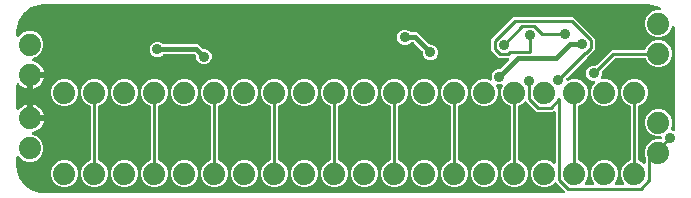
<source format=gbr>
G04 EAGLE Gerber RS-274X export*
G75*
%MOMM*%
%FSLAX34Y34*%
%LPD*%
%INBottom Copper*%
%IPPOS*%
%AMOC8*
5,1,8,0,0,1.08239X$1,22.5*%
G01*
%ADD10C,1.879600*%
%ADD11C,0.889000*%
%ADD12C,0.254000*%
%ADD13C,0.406400*%

G36*
X465932Y2558D02*
X465932Y2558D01*
X466070Y2571D01*
X466089Y2578D01*
X466109Y2581D01*
X466239Y2632D01*
X466369Y2679D01*
X466386Y2690D01*
X466405Y2698D01*
X466517Y2779D01*
X466632Y2857D01*
X466646Y2873D01*
X466662Y2884D01*
X466751Y2992D01*
X466843Y3096D01*
X466852Y3114D01*
X466865Y3129D01*
X466924Y3255D01*
X466988Y3379D01*
X466992Y3399D01*
X467001Y3417D01*
X467027Y3554D01*
X467057Y3689D01*
X467057Y3710D01*
X467060Y3729D01*
X467052Y3868D01*
X467048Y4007D01*
X467042Y4027D01*
X467041Y4047D01*
X466998Y4179D01*
X466959Y4313D01*
X466949Y4330D01*
X466943Y4349D01*
X466868Y4467D01*
X466798Y4587D01*
X466779Y4608D01*
X466772Y4618D01*
X466758Y4632D01*
X466691Y4708D01*
X466045Y5354D01*
X461284Y10115D01*
X459945Y11454D01*
X459851Y11527D01*
X459761Y11606D01*
X459725Y11624D01*
X459693Y11649D01*
X459584Y11696D01*
X459478Y11750D01*
X459439Y11759D01*
X459401Y11775D01*
X459284Y11794D01*
X459168Y11820D01*
X459127Y11819D01*
X459087Y11825D01*
X458969Y11814D01*
X458850Y11810D01*
X458811Y11799D01*
X458771Y11795D01*
X458659Y11755D01*
X458544Y11722D01*
X458510Y11702D01*
X458471Y11688D01*
X458373Y11621D01*
X458270Y11560D01*
X458225Y11521D01*
X458208Y11509D01*
X458195Y11494D01*
X458150Y11454D01*
X456055Y9359D01*
X451854Y7619D01*
X447306Y7619D01*
X443105Y9359D01*
X439889Y12575D01*
X438149Y16776D01*
X438149Y21324D01*
X439889Y25525D01*
X443105Y28741D01*
X447306Y30481D01*
X451854Y30481D01*
X456055Y28741D01*
X456811Y27985D01*
X456920Y27900D01*
X457027Y27811D01*
X457046Y27802D01*
X457062Y27790D01*
X457190Y27735D01*
X457315Y27676D01*
X457335Y27672D01*
X457354Y27664D01*
X457492Y27642D01*
X457628Y27616D01*
X457648Y27617D01*
X457668Y27614D01*
X457807Y27627D01*
X457945Y27636D01*
X457964Y27642D01*
X457984Y27644D01*
X458116Y27691D01*
X458247Y27734D01*
X458265Y27744D01*
X458284Y27751D01*
X458399Y27829D01*
X458516Y27904D01*
X458530Y27918D01*
X458547Y27930D01*
X458639Y28034D01*
X458734Y28135D01*
X458744Y28153D01*
X458757Y28168D01*
X458820Y28292D01*
X458888Y28414D01*
X458893Y28433D01*
X458902Y28451D01*
X458932Y28587D01*
X458967Y28722D01*
X458969Y28750D01*
X458972Y28762D01*
X458971Y28782D01*
X458977Y28882D01*
X458977Y71332D01*
X458960Y71470D01*
X458947Y71608D01*
X458940Y71627D01*
X458937Y71647D01*
X458886Y71776D01*
X458839Y71907D01*
X458828Y71924D01*
X458820Y71943D01*
X458739Y72055D01*
X458661Y72170D01*
X458645Y72184D01*
X458634Y72200D01*
X458526Y72289D01*
X458422Y72381D01*
X458404Y72390D01*
X458389Y72403D01*
X458263Y72462D01*
X458139Y72526D01*
X458119Y72530D01*
X458101Y72539D01*
X457964Y72565D01*
X457829Y72595D01*
X457808Y72595D01*
X457789Y72598D01*
X457650Y72590D01*
X457511Y72586D01*
X457491Y72580D01*
X457471Y72579D01*
X457339Y72536D01*
X457205Y72497D01*
X457188Y72487D01*
X457169Y72481D01*
X457051Y72406D01*
X456931Y72336D01*
X456910Y72317D01*
X456900Y72310D01*
X456886Y72295D01*
X456811Y72229D01*
X456209Y71627D01*
X442951Y71627D01*
X440645Y73934D01*
X434545Y80034D01*
X434450Y80107D01*
X434361Y80186D01*
X434325Y80204D01*
X434293Y80229D01*
X434184Y80276D01*
X434078Y80330D01*
X434039Y80339D01*
X434001Y80355D01*
X433884Y80374D01*
X433768Y80400D01*
X433727Y80399D01*
X433687Y80405D01*
X433569Y80394D01*
X433450Y80390D01*
X433411Y80379D01*
X433371Y80375D01*
X433259Y80335D01*
X433144Y80302D01*
X433110Y80282D01*
X433071Y80268D01*
X432973Y80201D01*
X432870Y80140D01*
X432825Y80101D01*
X432808Y80089D01*
X432795Y80074D01*
X432750Y80034D01*
X430655Y77939D01*
X428266Y76950D01*
X428241Y76935D01*
X428213Y76926D01*
X428103Y76857D01*
X427990Y76793D01*
X427969Y76772D01*
X427944Y76756D01*
X427855Y76662D01*
X427762Y76571D01*
X427746Y76546D01*
X427726Y76525D01*
X427663Y76411D01*
X427595Y76300D01*
X427587Y76272D01*
X427572Y76246D01*
X427540Y76120D01*
X427502Y75996D01*
X427500Y75967D01*
X427493Y75938D01*
X427483Y75777D01*
X427483Y30903D01*
X427486Y30873D01*
X427484Y30844D01*
X427506Y30716D01*
X427523Y30587D01*
X427533Y30560D01*
X427538Y30531D01*
X427592Y30412D01*
X427640Y30291D01*
X427657Y30267D01*
X427669Y30241D01*
X427750Y30139D01*
X427826Y30034D01*
X427849Y30015D01*
X427868Y29992D01*
X427971Y29914D01*
X428071Y29831D01*
X428098Y29819D01*
X428122Y29801D01*
X428266Y29730D01*
X430655Y28741D01*
X433871Y25525D01*
X435611Y21324D01*
X435611Y16776D01*
X433871Y12575D01*
X430655Y9359D01*
X426454Y7619D01*
X421906Y7619D01*
X417705Y9359D01*
X414489Y12575D01*
X412749Y16776D01*
X412749Y21324D01*
X414489Y25525D01*
X417705Y28741D01*
X420094Y29730D01*
X420119Y29745D01*
X420147Y29754D01*
X420257Y29823D01*
X420370Y29887D01*
X420391Y29908D01*
X420416Y29924D01*
X420505Y30018D01*
X420598Y30109D01*
X420614Y30134D01*
X420634Y30155D01*
X420697Y30269D01*
X420765Y30380D01*
X420773Y30408D01*
X420788Y30434D01*
X420820Y30560D01*
X420858Y30684D01*
X420860Y30713D01*
X420867Y30742D01*
X420877Y30903D01*
X420877Y75777D01*
X420874Y75807D01*
X420876Y75836D01*
X420854Y75964D01*
X420837Y76093D01*
X420827Y76120D01*
X420822Y76149D01*
X420768Y76268D01*
X420720Y76389D01*
X420703Y76413D01*
X420691Y76439D01*
X420610Y76541D01*
X420534Y76646D01*
X420511Y76665D01*
X420492Y76688D01*
X420389Y76766D01*
X420289Y76849D01*
X420262Y76861D01*
X420238Y76879D01*
X420094Y76950D01*
X417705Y77939D01*
X414489Y81155D01*
X412749Y85356D01*
X412749Y89904D01*
X414086Y93130D01*
X414099Y93178D01*
X414120Y93223D01*
X414141Y93331D01*
X414170Y93437D01*
X414170Y93487D01*
X414180Y93536D01*
X414173Y93645D01*
X414175Y93755D01*
X414163Y93803D01*
X414160Y93853D01*
X414126Y93957D01*
X414101Y94064D01*
X414077Y94108D01*
X414062Y94155D01*
X414003Y94248D01*
X413952Y94345D01*
X413918Y94382D01*
X413892Y94424D01*
X413812Y94499D01*
X413738Y94581D01*
X413696Y94608D01*
X413660Y94642D01*
X413564Y94695D01*
X413472Y94755D01*
X413425Y94772D01*
X413382Y94796D01*
X413275Y94823D01*
X413171Y94859D01*
X413122Y94863D01*
X413074Y94875D01*
X412913Y94885D01*
X410047Y94885D01*
X409997Y94879D01*
X409948Y94881D01*
X409840Y94859D01*
X409731Y94845D01*
X409685Y94827D01*
X409636Y94817D01*
X409538Y94769D01*
X409436Y94728D01*
X409396Y94699D01*
X409351Y94677D01*
X409267Y94606D01*
X409178Y94542D01*
X409147Y94503D01*
X409109Y94471D01*
X409046Y94381D01*
X408975Y94297D01*
X408954Y94252D01*
X408926Y94211D01*
X408887Y94108D01*
X408840Y94009D01*
X408831Y93960D01*
X408813Y93914D01*
X408801Y93804D01*
X408780Y93697D01*
X408783Y93647D01*
X408778Y93598D01*
X408793Y93489D01*
X408800Y93379D01*
X408815Y93332D01*
X408822Y93283D01*
X408874Y93130D01*
X410211Y89904D01*
X410211Y85356D01*
X408471Y81155D01*
X405255Y77939D01*
X401054Y76199D01*
X396506Y76199D01*
X392305Y77939D01*
X389089Y81155D01*
X387349Y85356D01*
X387349Y89904D01*
X389089Y94105D01*
X392305Y97321D01*
X396506Y99061D01*
X401054Y99061D01*
X403496Y98049D01*
X403630Y98012D01*
X403763Y97971D01*
X403783Y97971D01*
X403803Y97965D01*
X403942Y97963D01*
X404081Y97956D01*
X404100Y97960D01*
X404121Y97960D01*
X404257Y97993D01*
X404392Y98021D01*
X404410Y98030D01*
X404430Y98034D01*
X404553Y98099D01*
X404678Y98160D01*
X404693Y98174D01*
X404711Y98183D01*
X404814Y98276D01*
X404920Y98367D01*
X404931Y98383D01*
X404946Y98397D01*
X405023Y98513D01*
X405103Y98627D01*
X405110Y98646D01*
X405121Y98663D01*
X405166Y98794D01*
X405216Y98924D01*
X405218Y98944D01*
X405224Y98963D01*
X405235Y99102D01*
X405251Y99240D01*
X405248Y99260D01*
X405250Y99280D01*
X405226Y99417D01*
X405206Y99555D01*
X405197Y99582D01*
X405195Y99594D01*
X405187Y99612D01*
X405154Y99707D01*
X405002Y100075D01*
X405002Y102652D01*
X405988Y105032D01*
X407811Y106855D01*
X410191Y107841D01*
X411684Y107841D01*
X411782Y107853D01*
X411881Y107856D01*
X411939Y107873D01*
X411999Y107881D01*
X412091Y107917D01*
X412186Y107945D01*
X412238Y107975D01*
X412295Y107998D01*
X412375Y108056D01*
X412460Y108106D01*
X412536Y108172D01*
X412552Y108184D01*
X412560Y108194D01*
X412581Y108212D01*
X419422Y115054D01*
X419507Y115163D01*
X419596Y115270D01*
X419605Y115289D01*
X419617Y115305D01*
X419673Y115433D01*
X419732Y115558D01*
X419735Y115578D01*
X419743Y115597D01*
X419765Y115735D01*
X419791Y115871D01*
X419790Y115891D01*
X419793Y115911D01*
X419780Y116050D01*
X419772Y116188D01*
X419765Y116207D01*
X419763Y116227D01*
X419716Y116359D01*
X419674Y116490D01*
X419663Y116508D01*
X419656Y116527D01*
X419578Y116642D01*
X419503Y116759D01*
X419489Y116773D01*
X419477Y116790D01*
X419373Y116882D01*
X419272Y116977D01*
X419254Y116987D01*
X419239Y117000D01*
X419115Y117064D01*
X418993Y117131D01*
X418974Y117136D01*
X418956Y117145D01*
X418820Y117175D01*
X418685Y117210D01*
X418657Y117212D01*
X418645Y117215D01*
X418625Y117214D01*
X418525Y117220D01*
X410713Y117220D01*
X404240Y123693D01*
X404240Y132847D01*
X423205Y151812D01*
X473900Y151812D01*
X492380Y133332D01*
X492380Y124178D01*
X485878Y117676D01*
X485866Y117673D01*
X485806Y117665D01*
X485714Y117629D01*
X485619Y117601D01*
X485567Y117571D01*
X485511Y117548D01*
X485431Y117490D01*
X485345Y117440D01*
X485270Y117374D01*
X485253Y117362D01*
X485245Y117352D01*
X485224Y117334D01*
X468290Y100399D01*
X468229Y100321D01*
X468161Y100249D01*
X468132Y100196D01*
X468095Y100148D01*
X468056Y100057D01*
X468008Y99970D01*
X467993Y99912D01*
X467969Y99856D01*
X467953Y99758D01*
X467928Y99662D01*
X467922Y99562D01*
X467919Y99542D01*
X467920Y99530D01*
X467918Y99502D01*
X467918Y98977D01*
X467924Y98928D01*
X467922Y98878D01*
X467938Y98798D01*
X467940Y98767D01*
X467947Y98745D01*
X467958Y98661D01*
X467976Y98615D01*
X467986Y98567D01*
X468035Y98468D01*
X468075Y98366D01*
X468104Y98326D01*
X468126Y98281D01*
X468197Y98197D01*
X468262Y98108D01*
X468300Y98077D01*
X468332Y98039D01*
X468422Y97976D01*
X468507Y97906D01*
X468552Y97884D01*
X468592Y97856D01*
X468695Y97817D01*
X468794Y97770D01*
X468843Y97761D01*
X468890Y97743D01*
X468999Y97731D01*
X469107Y97710D01*
X469156Y97713D01*
X469206Y97708D01*
X469315Y97723D01*
X469424Y97730D01*
X469471Y97745D01*
X469521Y97752D01*
X469673Y97804D01*
X472706Y99061D01*
X477254Y99061D01*
X481455Y97321D01*
X484671Y94105D01*
X486411Y89904D01*
X486411Y85356D01*
X484671Y81155D01*
X481455Y77939D01*
X479066Y76950D01*
X479041Y76935D01*
X479013Y76926D01*
X478903Y76857D01*
X478790Y76793D01*
X478769Y76772D01*
X478744Y76756D01*
X478655Y76662D01*
X478562Y76571D01*
X478546Y76546D01*
X478526Y76525D01*
X478463Y76411D01*
X478395Y76300D01*
X478387Y76272D01*
X478372Y76246D01*
X478340Y76120D01*
X478302Y75996D01*
X478300Y75967D01*
X478293Y75938D01*
X478283Y75777D01*
X478283Y30903D01*
X478286Y30873D01*
X478284Y30844D01*
X478306Y30716D01*
X478323Y30587D01*
X478333Y30560D01*
X478338Y30531D01*
X478392Y30412D01*
X478440Y30291D01*
X478457Y30267D01*
X478469Y30241D01*
X478550Y30139D01*
X478626Y30034D01*
X478649Y30015D01*
X478668Y29992D01*
X478771Y29914D01*
X478871Y29831D01*
X478898Y29819D01*
X478922Y29801D01*
X479066Y29730D01*
X481455Y28741D01*
X484671Y25525D01*
X486411Y21324D01*
X486411Y16776D01*
X484671Y12575D01*
X483915Y11819D01*
X483830Y11710D01*
X483741Y11603D01*
X483732Y11584D01*
X483720Y11568D01*
X483665Y11440D01*
X483606Y11315D01*
X483602Y11295D01*
X483594Y11276D01*
X483572Y11138D01*
X483546Y11002D01*
X483547Y10982D01*
X483544Y10962D01*
X483557Y10823D01*
X483566Y10685D01*
X483572Y10666D01*
X483574Y10646D01*
X483621Y10514D01*
X483664Y10383D01*
X483674Y10365D01*
X483681Y10346D01*
X483759Y10231D01*
X483834Y10114D01*
X483848Y10100D01*
X483860Y10083D01*
X483964Y9991D01*
X484065Y9896D01*
X484083Y9886D01*
X484098Y9873D01*
X484222Y9810D01*
X484344Y9742D01*
X484363Y9737D01*
X484381Y9728D01*
X484517Y9698D01*
X484652Y9663D01*
X484680Y9661D01*
X484692Y9658D01*
X484712Y9659D01*
X484812Y9653D01*
X490548Y9653D01*
X490686Y9670D01*
X490824Y9683D01*
X490843Y9690D01*
X490863Y9693D01*
X490992Y9744D01*
X491123Y9791D01*
X491140Y9802D01*
X491159Y9810D01*
X491271Y9891D01*
X491386Y9969D01*
X491400Y9985D01*
X491416Y9996D01*
X491505Y10104D01*
X491597Y10208D01*
X491606Y10226D01*
X491619Y10241D01*
X491678Y10367D01*
X491741Y10491D01*
X491746Y10511D01*
X491754Y10529D01*
X491781Y10666D01*
X491811Y10801D01*
X491810Y10822D01*
X491814Y10841D01*
X491806Y10980D01*
X491801Y11119D01*
X491796Y11139D01*
X491794Y11159D01*
X491752Y11291D01*
X491713Y11425D01*
X491703Y11442D01*
X491696Y11461D01*
X491622Y11579D01*
X491551Y11699D01*
X491533Y11720D01*
X491526Y11730D01*
X491511Y11744D01*
X491445Y11819D01*
X490689Y12575D01*
X488949Y16776D01*
X488949Y21324D01*
X490689Y25525D01*
X493905Y28741D01*
X498106Y30481D01*
X502654Y30481D01*
X506855Y28741D01*
X510071Y25525D01*
X511811Y21324D01*
X511811Y16776D01*
X510071Y12575D01*
X509315Y11819D01*
X509230Y11710D01*
X509141Y11603D01*
X509132Y11584D01*
X509120Y11568D01*
X509065Y11440D01*
X509006Y11315D01*
X509002Y11295D01*
X508994Y11276D01*
X508972Y11138D01*
X508946Y11002D01*
X508947Y10982D01*
X508944Y10962D01*
X508957Y10823D01*
X508966Y10685D01*
X508972Y10666D01*
X508974Y10646D01*
X509021Y10514D01*
X509064Y10383D01*
X509074Y10365D01*
X509081Y10346D01*
X509159Y10231D01*
X509234Y10114D01*
X509248Y10100D01*
X509260Y10083D01*
X509364Y9991D01*
X509465Y9896D01*
X509483Y9886D01*
X509498Y9873D01*
X509622Y9810D01*
X509744Y9742D01*
X509763Y9737D01*
X509781Y9728D01*
X509917Y9698D01*
X510052Y9663D01*
X510080Y9661D01*
X510092Y9658D01*
X510112Y9659D01*
X510212Y9653D01*
X515948Y9653D01*
X516086Y9670D01*
X516224Y9683D01*
X516243Y9690D01*
X516263Y9693D01*
X516392Y9744D01*
X516523Y9791D01*
X516540Y9802D01*
X516559Y9810D01*
X516671Y9891D01*
X516786Y9969D01*
X516800Y9985D01*
X516816Y9996D01*
X516905Y10104D01*
X516997Y10208D01*
X517006Y10226D01*
X517019Y10241D01*
X517078Y10367D01*
X517141Y10491D01*
X517146Y10511D01*
X517154Y10529D01*
X517181Y10666D01*
X517211Y10801D01*
X517210Y10822D01*
X517214Y10841D01*
X517206Y10980D01*
X517201Y11119D01*
X517196Y11139D01*
X517194Y11159D01*
X517152Y11291D01*
X517113Y11425D01*
X517103Y11442D01*
X517096Y11461D01*
X517022Y11579D01*
X516951Y11699D01*
X516933Y11720D01*
X516926Y11730D01*
X516911Y11744D01*
X516845Y11819D01*
X516089Y12575D01*
X514349Y16776D01*
X514349Y21324D01*
X516089Y25525D01*
X519305Y28741D01*
X521694Y29730D01*
X521719Y29745D01*
X521747Y29754D01*
X521857Y29823D01*
X521970Y29887D01*
X521991Y29908D01*
X522016Y29924D01*
X522105Y30018D01*
X522198Y30109D01*
X522214Y30134D01*
X522234Y30155D01*
X522297Y30269D01*
X522365Y30380D01*
X522373Y30408D01*
X522388Y30434D01*
X522420Y30560D01*
X522458Y30684D01*
X522460Y30713D01*
X522467Y30742D01*
X522477Y30903D01*
X522477Y75777D01*
X522474Y75807D01*
X522476Y75836D01*
X522454Y75964D01*
X522437Y76093D01*
X522427Y76120D01*
X522422Y76149D01*
X522368Y76268D01*
X522320Y76389D01*
X522303Y76413D01*
X522291Y76439D01*
X522210Y76541D01*
X522134Y76646D01*
X522111Y76665D01*
X522092Y76688D01*
X521989Y76766D01*
X521889Y76849D01*
X521862Y76861D01*
X521838Y76879D01*
X521694Y76950D01*
X519305Y77939D01*
X516089Y81155D01*
X514349Y85356D01*
X514349Y89904D01*
X516089Y94105D01*
X519305Y97321D01*
X523506Y99061D01*
X528054Y99061D01*
X532255Y97321D01*
X535471Y94105D01*
X537211Y89904D01*
X537211Y85356D01*
X535471Y81155D01*
X532255Y77939D01*
X529866Y76950D01*
X529841Y76935D01*
X529813Y76926D01*
X529703Y76857D01*
X529590Y76793D01*
X529569Y76772D01*
X529544Y76756D01*
X529455Y76662D01*
X529362Y76571D01*
X529346Y76546D01*
X529326Y76525D01*
X529263Y76411D01*
X529195Y76300D01*
X529187Y76272D01*
X529172Y76246D01*
X529140Y76120D01*
X529102Y75996D01*
X529100Y75967D01*
X529093Y75938D01*
X529083Y75777D01*
X529083Y30903D01*
X529086Y30873D01*
X529084Y30844D01*
X529106Y30716D01*
X529123Y30587D01*
X529133Y30560D01*
X529138Y30531D01*
X529192Y30412D01*
X529240Y30291D01*
X529257Y30267D01*
X529269Y30241D01*
X529350Y30139D01*
X529426Y30034D01*
X529449Y30015D01*
X529468Y29992D01*
X529571Y29914D01*
X529671Y29831D01*
X529698Y29819D01*
X529722Y29801D01*
X529866Y29730D01*
X532255Y28741D01*
X533011Y27985D01*
X533120Y27900D01*
X533227Y27811D01*
X533246Y27802D01*
X533262Y27790D01*
X533390Y27735D01*
X533515Y27676D01*
X533535Y27672D01*
X533554Y27664D01*
X533692Y27642D01*
X533828Y27616D01*
X533848Y27617D01*
X533868Y27614D01*
X534007Y27627D01*
X534145Y27636D01*
X534164Y27642D01*
X534184Y27644D01*
X534316Y27691D01*
X534447Y27734D01*
X534465Y27744D01*
X534484Y27751D01*
X534599Y27829D01*
X534716Y27904D01*
X534730Y27918D01*
X534747Y27930D01*
X534839Y28034D01*
X534934Y28135D01*
X534944Y28153D01*
X534957Y28168D01*
X535020Y28292D01*
X535088Y28414D01*
X535093Y28433D01*
X535102Y28451D01*
X535132Y28587D01*
X535167Y28722D01*
X535169Y28750D01*
X535172Y28762D01*
X535171Y28782D01*
X535177Y28882D01*
X535177Y33077D01*
X535176Y33087D01*
X535177Y33096D01*
X535156Y33245D01*
X535137Y33393D01*
X535134Y33402D01*
X535133Y33411D01*
X535081Y33563D01*
X534669Y34556D01*
X534669Y39104D01*
X536409Y43305D01*
X539625Y46521D01*
X543826Y48261D01*
X547878Y48261D01*
X547996Y48276D01*
X548115Y48283D01*
X548153Y48296D01*
X548194Y48301D01*
X548304Y48344D01*
X548417Y48381D01*
X548452Y48403D01*
X548489Y48418D01*
X548585Y48487D01*
X548686Y48551D01*
X548714Y48581D01*
X548747Y48604D01*
X548823Y48696D01*
X548904Y48783D01*
X548924Y48818D01*
X548949Y48849D01*
X549000Y48957D01*
X549058Y49061D01*
X549068Y49101D01*
X549085Y49137D01*
X549107Y49254D01*
X549137Y49369D01*
X549141Y49429D01*
X549145Y49449D01*
X549145Y49450D01*
X549143Y49470D01*
X549147Y49530D01*
X549132Y49648D01*
X549125Y49767D01*
X549112Y49805D01*
X549107Y49846D01*
X549064Y49956D01*
X549027Y50069D01*
X549005Y50104D01*
X548990Y50141D01*
X548921Y50237D01*
X548857Y50338D01*
X548827Y50366D01*
X548804Y50399D01*
X548712Y50475D01*
X548625Y50556D01*
X548590Y50576D01*
X548559Y50601D01*
X548451Y50652D01*
X548347Y50710D01*
X548307Y50720D01*
X548271Y50737D01*
X548154Y50759D01*
X548039Y50789D01*
X547979Y50793D01*
X547959Y50797D01*
X547938Y50795D01*
X547878Y50799D01*
X543826Y50799D01*
X539625Y52539D01*
X536409Y55755D01*
X534669Y59956D01*
X534669Y64504D01*
X536409Y68705D01*
X539625Y71921D01*
X543826Y73661D01*
X548374Y73661D01*
X552575Y71921D01*
X555791Y68705D01*
X557531Y64504D01*
X557531Y59956D01*
X556450Y57348D01*
X556419Y57233D01*
X556380Y57120D01*
X556377Y57080D01*
X556366Y57041D01*
X556364Y56922D01*
X556355Y56803D01*
X556362Y56763D01*
X556361Y56723D01*
X556389Y56607D01*
X556409Y56490D01*
X556426Y56453D01*
X556435Y56414D01*
X556491Y56308D01*
X556540Y56200D01*
X556565Y56168D01*
X556584Y56133D01*
X556664Y56045D01*
X556739Y55952D01*
X556771Y55927D01*
X556798Y55897D01*
X556897Y55832D01*
X556993Y55760D01*
X557047Y55734D01*
X557064Y55723D01*
X557083Y55716D01*
X557137Y55689D01*
X558314Y55202D01*
X558362Y55189D01*
X558407Y55168D01*
X558515Y55147D01*
X558621Y55118D01*
X558671Y55117D01*
X558720Y55108D01*
X558829Y55115D01*
X558939Y55113D01*
X558987Y55124D01*
X559037Y55128D01*
X559141Y55161D01*
X559248Y55187D01*
X559292Y55210D01*
X559339Y55226D01*
X559432Y55284D01*
X559529Y55336D01*
X559566Y55369D01*
X559608Y55396D01*
X559683Y55476D01*
X559765Y55550D01*
X559792Y55591D01*
X559826Y55627D01*
X559879Y55723D01*
X559939Y55815D01*
X559956Y55862D01*
X559980Y55906D01*
X560007Y56012D01*
X560043Y56116D01*
X560047Y56166D01*
X560059Y56214D01*
X560069Y56374D01*
X560069Y139700D01*
X560067Y139722D01*
X560065Y139800D01*
X559812Y143013D01*
X559808Y143032D01*
X559809Y143052D01*
X559776Y143188D01*
X559748Y143324D01*
X559739Y143342D01*
X559735Y143362D01*
X559669Y143485D01*
X559608Y143610D01*
X559595Y143625D01*
X559586Y143643D01*
X559492Y143746D01*
X559402Y143852D01*
X559385Y143863D01*
X559372Y143878D01*
X559256Y143955D01*
X559142Y144035D01*
X559123Y144042D01*
X559106Y144053D01*
X558975Y144098D01*
X558844Y144147D01*
X558824Y144150D01*
X558805Y144156D01*
X558666Y144167D01*
X558528Y144182D01*
X558508Y144180D01*
X558488Y144181D01*
X558350Y144157D01*
X558213Y144138D01*
X558195Y144130D01*
X558175Y144127D01*
X558048Y144070D01*
X557919Y144016D01*
X557903Y144004D01*
X557885Y143996D01*
X557777Y143910D01*
X557665Y143826D01*
X557652Y143810D01*
X557637Y143798D01*
X557553Y143687D01*
X557466Y143578D01*
X557457Y143560D01*
X557445Y143544D01*
X557375Y143399D01*
X555791Y139575D01*
X552575Y136359D01*
X548374Y134619D01*
X543826Y134619D01*
X539625Y136359D01*
X536409Y139575D01*
X534669Y143776D01*
X534669Y148324D01*
X536409Y152525D01*
X539625Y155741D01*
X543826Y157481D01*
X547269Y157481D01*
X547348Y157491D01*
X547428Y157491D01*
X547505Y157511D01*
X547584Y157521D01*
X547658Y157550D01*
X547736Y157570D01*
X547806Y157608D01*
X547880Y157638D01*
X547945Y157684D01*
X548014Y157723D01*
X548073Y157777D01*
X548137Y157824D01*
X548188Y157886D01*
X548246Y157940D01*
X548289Y158008D01*
X548340Y158069D01*
X548374Y158142D01*
X548417Y158209D01*
X548442Y158285D01*
X548476Y158357D01*
X548491Y158435D01*
X548515Y158511D01*
X548521Y158591D01*
X548536Y158669D01*
X548531Y158749D01*
X548536Y158829D01*
X548521Y158907D01*
X548516Y158987D01*
X548491Y159063D01*
X548476Y159141D01*
X548442Y159213D01*
X548418Y159289D01*
X548375Y159357D01*
X548341Y159429D01*
X548290Y159491D01*
X548248Y159558D01*
X548189Y159613D01*
X548139Y159674D01*
X548017Y159775D01*
X548016Y159776D01*
X548015Y159776D01*
X548015Y159777D01*
X547758Y159964D01*
X547654Y160021D01*
X547554Y160085D01*
X547497Y160107D01*
X547479Y160117D01*
X547459Y160122D01*
X547404Y160144D01*
X540980Y162231D01*
X540912Y162244D01*
X540846Y162267D01*
X540687Y162290D01*
X537310Y162555D01*
X537288Y162554D01*
X537210Y162559D01*
X25400Y162559D01*
X25378Y162557D01*
X25300Y162555D01*
X21923Y162290D01*
X21855Y162276D01*
X21786Y162271D01*
X21630Y162231D01*
X15206Y160144D01*
X15099Y160094D01*
X14988Y160050D01*
X14937Y160017D01*
X14918Y160009D01*
X14903Y159996D01*
X14852Y159964D01*
X9388Y155993D01*
X9301Y155912D01*
X9209Y155836D01*
X9171Y155790D01*
X9156Y155776D01*
X9145Y155758D01*
X9107Y155712D01*
X5136Y150248D01*
X5079Y150144D01*
X5015Y150044D01*
X4993Y149987D01*
X4983Y149969D01*
X4978Y149949D01*
X4956Y149894D01*
X2869Y143470D01*
X2856Y143402D01*
X2833Y143336D01*
X2810Y143177D01*
X2545Y139800D01*
X2546Y139778D01*
X2541Y139700D01*
X2541Y136070D01*
X2558Y135933D01*
X2571Y135794D01*
X2578Y135775D01*
X2581Y135755D01*
X2632Y135626D01*
X2679Y135495D01*
X2690Y135478D01*
X2698Y135459D01*
X2779Y135347D01*
X2857Y135232D01*
X2873Y135218D01*
X2884Y135202D01*
X2992Y135113D01*
X3096Y135021D01*
X3114Y135012D01*
X3129Y134999D01*
X3255Y134940D01*
X3379Y134877D01*
X3399Y134872D01*
X3417Y134864D01*
X3553Y134837D01*
X3689Y134807D01*
X3710Y134808D01*
X3729Y134804D01*
X3868Y134812D01*
X4007Y134817D01*
X4027Y134822D01*
X4047Y134824D01*
X4179Y134866D01*
X4313Y134905D01*
X4330Y134915D01*
X4349Y134922D01*
X4467Y134996D01*
X4587Y135067D01*
X4608Y135085D01*
X4618Y135092D01*
X4632Y135107D01*
X4707Y135173D01*
X7495Y137961D01*
X11696Y139701D01*
X16244Y139701D01*
X20445Y137961D01*
X23661Y134745D01*
X25401Y130544D01*
X25401Y125996D01*
X23661Y121795D01*
X20445Y118579D01*
X16486Y116940D01*
X16374Y116876D01*
X16259Y116817D01*
X16236Y116797D01*
X16210Y116782D01*
X16117Y116692D01*
X16020Y116607D01*
X16003Y116582D01*
X15982Y116561D01*
X15914Y116451D01*
X15841Y116344D01*
X15831Y116316D01*
X15815Y116290D01*
X15777Y116166D01*
X15734Y116045D01*
X15731Y116015D01*
X15722Y115986D01*
X15716Y115857D01*
X15703Y115728D01*
X15708Y115698D01*
X15707Y115668D01*
X15733Y115542D01*
X15753Y115414D01*
X15765Y115386D01*
X15771Y115357D01*
X15828Y115241D01*
X15879Y115122D01*
X15897Y115098D01*
X15911Y115071D01*
X15995Y114973D01*
X16074Y114871D01*
X16097Y114852D01*
X16117Y114829D01*
X16223Y114755D01*
X16325Y114675D01*
X16352Y114663D01*
X16377Y114646D01*
X16498Y114600D01*
X16617Y114549D01*
X16659Y114539D01*
X16674Y114533D01*
X16696Y114531D01*
X16761Y114516D01*
X18553Y113934D01*
X20227Y113081D01*
X21748Y111976D01*
X23076Y110648D01*
X24181Y109127D01*
X25034Y107453D01*
X25615Y105666D01*
X25655Y105409D01*
X15240Y105409D01*
X15122Y105394D01*
X15003Y105387D01*
X14965Y105374D01*
X14925Y105369D01*
X14814Y105326D01*
X14701Y105289D01*
X14667Y105267D01*
X14629Y105252D01*
X14533Y105182D01*
X14432Y105119D01*
X14404Y105089D01*
X14372Y105065D01*
X14296Y104974D01*
X14214Y104887D01*
X14195Y104852D01*
X14169Y104821D01*
X14118Y104713D01*
X14061Y104609D01*
X14050Y104569D01*
X14033Y104533D01*
X14011Y104416D01*
X13981Y104301D01*
X13977Y104240D01*
X13973Y104220D01*
X13975Y104200D01*
X13971Y104140D01*
X13971Y102869D01*
X12700Y102869D01*
X12582Y102854D01*
X12463Y102847D01*
X12425Y102834D01*
X12384Y102829D01*
X12274Y102785D01*
X12161Y102749D01*
X12126Y102727D01*
X12089Y102712D01*
X11993Y102642D01*
X11892Y102579D01*
X11864Y102549D01*
X11831Y102525D01*
X11756Y102434D01*
X11674Y102347D01*
X11654Y102312D01*
X11629Y102280D01*
X11578Y102173D01*
X11520Y102068D01*
X11510Y102029D01*
X11493Y101993D01*
X11471Y101876D01*
X11441Y101761D01*
X11437Y101700D01*
X11433Y101680D01*
X11435Y101660D01*
X11431Y101600D01*
X11431Y91185D01*
X11174Y91225D01*
X9387Y91806D01*
X7713Y92659D01*
X6192Y93764D01*
X4864Y95092D01*
X4837Y95129D01*
X4782Y95187D01*
X4736Y95252D01*
X4674Y95303D01*
X4619Y95361D01*
X4552Y95404D01*
X4491Y95455D01*
X4418Y95489D01*
X4351Y95532D01*
X4275Y95556D01*
X4203Y95590D01*
X4125Y95605D01*
X4049Y95630D01*
X3969Y95635D01*
X3890Y95650D01*
X3811Y95645D01*
X3731Y95650D01*
X3653Y95635D01*
X3573Y95630D01*
X3497Y95606D01*
X3419Y95591D01*
X3346Y95557D01*
X3271Y95532D01*
X3203Y95490D01*
X3131Y95456D01*
X3069Y95405D01*
X3002Y95362D01*
X2947Y95304D01*
X2886Y95253D01*
X2839Y95189D01*
X2784Y95130D01*
X2745Y95061D01*
X2698Y94996D01*
X2669Y94922D01*
X2630Y94852D01*
X2610Y94775D01*
X2581Y94700D01*
X2571Y94621D01*
X2551Y94544D01*
X2541Y94387D01*
X2541Y94385D01*
X2541Y94384D01*
X2541Y94383D01*
X2541Y74527D01*
X2551Y74447D01*
X2551Y74368D01*
X2571Y74290D01*
X2581Y74211D01*
X2610Y74137D01*
X2630Y74060D01*
X2668Y73990D01*
X2698Y73915D01*
X2744Y73851D01*
X2783Y73781D01*
X2838Y73723D01*
X2884Y73658D01*
X2946Y73607D01*
X3001Y73549D01*
X3068Y73506D01*
X3129Y73455D01*
X3202Y73421D01*
X3269Y73378D01*
X3345Y73354D01*
X3417Y73320D01*
X3495Y73305D01*
X3571Y73280D01*
X3651Y73275D01*
X3729Y73260D01*
X3809Y73265D01*
X3889Y73260D01*
X3967Y73275D01*
X4047Y73280D01*
X4123Y73304D01*
X4201Y73319D01*
X4273Y73353D01*
X4349Y73378D01*
X4417Y73420D01*
X4489Y73454D01*
X4551Y73505D01*
X4618Y73548D01*
X4673Y73606D01*
X4734Y73657D01*
X4835Y73778D01*
X4836Y73780D01*
X4837Y73781D01*
X4864Y73818D01*
X6192Y75146D01*
X7713Y76251D01*
X9387Y77104D01*
X11174Y77685D01*
X11431Y77725D01*
X11431Y67310D01*
X11446Y67192D01*
X11453Y67073D01*
X11466Y67035D01*
X11471Y66995D01*
X11514Y66884D01*
X11551Y66771D01*
X11573Y66737D01*
X11588Y66699D01*
X11658Y66603D01*
X11721Y66502D01*
X11751Y66474D01*
X11774Y66442D01*
X11866Y66366D01*
X11953Y66284D01*
X11988Y66265D01*
X12019Y66239D01*
X12127Y66188D01*
X12231Y66131D01*
X12271Y66120D01*
X12307Y66103D01*
X12424Y66081D01*
X12539Y66051D01*
X12600Y66047D01*
X12620Y66043D01*
X12640Y66045D01*
X12700Y66041D01*
X13971Y66041D01*
X13971Y64770D01*
X13986Y64652D01*
X13993Y64533D01*
X14006Y64495D01*
X14011Y64454D01*
X14055Y64344D01*
X14091Y64231D01*
X14113Y64196D01*
X14128Y64159D01*
X14198Y64063D01*
X14261Y63962D01*
X14291Y63934D01*
X14315Y63901D01*
X14406Y63826D01*
X14493Y63744D01*
X14528Y63724D01*
X14560Y63699D01*
X14667Y63648D01*
X14772Y63590D01*
X14811Y63580D01*
X14847Y63563D01*
X14964Y63541D01*
X15079Y63511D01*
X15140Y63507D01*
X15160Y63503D01*
X15180Y63505D01*
X15240Y63501D01*
X25655Y63501D01*
X25615Y63244D01*
X25034Y61457D01*
X24181Y59783D01*
X23076Y58262D01*
X21748Y56934D01*
X20227Y55829D01*
X18553Y54976D01*
X16736Y54386D01*
X16650Y54361D01*
X16524Y54330D01*
X16497Y54316D01*
X16468Y54308D01*
X16357Y54242D01*
X16243Y54182D01*
X16220Y54161D01*
X16194Y54146D01*
X16103Y54055D01*
X16007Y53968D01*
X15991Y53943D01*
X15970Y53921D01*
X15904Y53810D01*
X15833Y53702D01*
X15823Y53673D01*
X15807Y53648D01*
X15771Y53524D01*
X15729Y53401D01*
X15727Y53371D01*
X15719Y53342D01*
X15714Y53213D01*
X15704Y53084D01*
X15709Y53054D01*
X15708Y53024D01*
X15736Y52898D01*
X15759Y52771D01*
X15771Y52743D01*
X15777Y52714D01*
X15836Y52599D01*
X15889Y52481D01*
X15908Y52457D01*
X15922Y52430D01*
X16007Y52334D01*
X16088Y52232D01*
X16112Y52214D01*
X16132Y52192D01*
X16238Y52119D01*
X16342Y52041D01*
X16380Y52022D01*
X16394Y52013D01*
X16415Y52005D01*
X16486Y51970D01*
X20445Y50331D01*
X23661Y47115D01*
X25401Y42914D01*
X25401Y38366D01*
X23661Y34165D01*
X20445Y30949D01*
X16244Y29209D01*
X11696Y29209D01*
X7495Y30949D01*
X4707Y33737D01*
X4598Y33822D01*
X4491Y33911D01*
X4472Y33920D01*
X4456Y33932D01*
X4328Y33987D01*
X4203Y34046D01*
X4183Y34050D01*
X4164Y34058D01*
X4026Y34080D01*
X3890Y34106D01*
X3870Y34105D01*
X3850Y34108D01*
X3711Y34095D01*
X3573Y34086D01*
X3554Y34080D01*
X3534Y34078D01*
X3402Y34031D01*
X3271Y33988D01*
X3253Y33978D01*
X3234Y33971D01*
X3119Y33893D01*
X3002Y33818D01*
X2988Y33804D01*
X2971Y33792D01*
X2879Y33688D01*
X2784Y33587D01*
X2774Y33569D01*
X2761Y33554D01*
X2697Y33430D01*
X2630Y33308D01*
X2625Y33289D01*
X2616Y33271D01*
X2586Y33135D01*
X2551Y33000D01*
X2549Y32972D01*
X2546Y32960D01*
X2547Y32940D01*
X2541Y32840D01*
X2541Y25400D01*
X2543Y25378D01*
X2545Y25300D01*
X2810Y21923D01*
X2824Y21855D01*
X2829Y21786D01*
X2869Y21630D01*
X4956Y15206D01*
X5006Y15099D01*
X5050Y14988D01*
X5083Y14937D01*
X5091Y14918D01*
X5104Y14903D01*
X5136Y14852D01*
X9107Y9388D01*
X9127Y9366D01*
X9138Y9348D01*
X9184Y9305D01*
X9188Y9301D01*
X9264Y9209D01*
X9310Y9171D01*
X9324Y9156D01*
X9342Y9145D01*
X9388Y9107D01*
X14852Y5136D01*
X14956Y5079D01*
X15056Y5015D01*
X15113Y4993D01*
X15131Y4983D01*
X15151Y4978D01*
X15206Y4956D01*
X21630Y2869D01*
X21698Y2856D01*
X21764Y2833D01*
X21923Y2810D01*
X25300Y2545D01*
X25322Y2546D01*
X25400Y2541D01*
X465794Y2541D01*
X465932Y2558D01*
G37*
%LPC*%
G36*
X498106Y76199D02*
X498106Y76199D01*
X493905Y77939D01*
X490689Y81155D01*
X488949Y85356D01*
X488949Y89904D01*
X490689Y94105D01*
X492080Y95496D01*
X492165Y95605D01*
X492254Y95712D01*
X492263Y95731D01*
X492275Y95747D01*
X492330Y95875D01*
X492389Y96000D01*
X492393Y96020D01*
X492401Y96039D01*
X492423Y96177D01*
X492449Y96313D01*
X492448Y96333D01*
X492451Y96353D01*
X492438Y96492D01*
X492429Y96630D01*
X492423Y96649D01*
X492421Y96669D01*
X492374Y96801D01*
X492331Y96932D01*
X492321Y96950D01*
X492314Y96969D01*
X492236Y97084D01*
X492161Y97201D01*
X492147Y97215D01*
X492135Y97232D01*
X492031Y97324D01*
X491930Y97419D01*
X491912Y97429D01*
X491897Y97442D01*
X491773Y97506D01*
X491651Y97573D01*
X491632Y97578D01*
X491614Y97587D01*
X491478Y97617D01*
X491343Y97652D01*
X491315Y97654D01*
X491303Y97657D01*
X491283Y97656D01*
X491183Y97662D01*
X490201Y97662D01*
X487821Y98648D01*
X485998Y100471D01*
X485012Y102851D01*
X485012Y105429D01*
X485998Y107809D01*
X487821Y109632D01*
X490201Y110618D01*
X492771Y110618D01*
X492869Y110630D01*
X492968Y110633D01*
X493027Y110650D01*
X493087Y110658D01*
X493179Y110694D01*
X493274Y110722D01*
X493326Y110752D01*
X493382Y110775D01*
X493462Y110833D01*
X493548Y110883D01*
X493623Y110949D01*
X493640Y110961D01*
X493648Y110971D01*
X493669Y110989D01*
X506632Y123953D01*
X534247Y123953D01*
X534277Y123956D01*
X534306Y123954D01*
X534434Y123976D01*
X534563Y123993D01*
X534590Y124003D01*
X534619Y124008D01*
X534738Y124062D01*
X534859Y124110D01*
X534883Y124127D01*
X534909Y124139D01*
X535011Y124220D01*
X535116Y124296D01*
X535135Y124319D01*
X535158Y124338D01*
X535236Y124441D01*
X535319Y124541D01*
X535331Y124568D01*
X535349Y124592D01*
X535420Y124736D01*
X536409Y127125D01*
X539625Y130341D01*
X543826Y132081D01*
X548374Y132081D01*
X552575Y130341D01*
X555791Y127125D01*
X557531Y122924D01*
X557531Y118376D01*
X555791Y114175D01*
X552575Y110959D01*
X548374Y109219D01*
X543826Y109219D01*
X539625Y110959D01*
X536409Y114175D01*
X535420Y116564D01*
X535405Y116589D01*
X535396Y116617D01*
X535327Y116727D01*
X535263Y116840D01*
X535242Y116861D01*
X535226Y116886D01*
X535132Y116975D01*
X535041Y117068D01*
X535016Y117084D01*
X534995Y117104D01*
X534881Y117167D01*
X534770Y117235D01*
X534742Y117243D01*
X534716Y117258D01*
X534590Y117290D01*
X534466Y117328D01*
X534437Y117330D01*
X534408Y117337D01*
X534247Y117347D01*
X509894Y117347D01*
X509796Y117335D01*
X509697Y117332D01*
X509638Y117315D01*
X509578Y117307D01*
X509486Y117271D01*
X509391Y117243D01*
X509339Y117213D01*
X509283Y117190D01*
X509203Y117132D01*
X509117Y117082D01*
X509042Y117016D01*
X509025Y117004D01*
X509017Y116994D01*
X508996Y116976D01*
X498339Y106319D01*
X498279Y106240D01*
X498211Y106168D01*
X498182Y106115D01*
X498145Y106067D01*
X498105Y105976D01*
X498057Y105890D01*
X498042Y105831D01*
X498018Y105776D01*
X498003Y105678D01*
X497978Y105582D01*
X497972Y105482D01*
X497968Y105461D01*
X497970Y105449D01*
X497968Y105421D01*
X497968Y102851D01*
X497124Y100816D01*
X497111Y100768D01*
X497090Y100723D01*
X497070Y100615D01*
X497041Y100509D01*
X497040Y100459D01*
X497030Y100410D01*
X497037Y100301D01*
X497035Y100191D01*
X497047Y100143D01*
X497050Y100093D01*
X497084Y99989D01*
X497110Y99882D01*
X497133Y99838D01*
X497148Y99791D01*
X497207Y99698D01*
X497258Y99601D01*
X497292Y99564D01*
X497318Y99522D01*
X497398Y99447D01*
X497472Y99365D01*
X497514Y99338D01*
X497550Y99304D01*
X497646Y99251D01*
X497738Y99191D01*
X497785Y99174D01*
X497828Y99150D01*
X497935Y99123D01*
X498039Y99087D01*
X498088Y99083D01*
X498136Y99071D01*
X498297Y99061D01*
X502654Y99061D01*
X506855Y97321D01*
X510071Y94105D01*
X511811Y89904D01*
X511811Y85356D01*
X510071Y81155D01*
X506855Y77939D01*
X502654Y76199D01*
X498106Y76199D01*
G37*
%LPD*%
%LPC*%
G36*
X167906Y7619D02*
X167906Y7619D01*
X163705Y9359D01*
X160489Y12575D01*
X158749Y16776D01*
X158749Y21324D01*
X160489Y25525D01*
X163705Y28741D01*
X166094Y29730D01*
X166119Y29745D01*
X166147Y29754D01*
X166257Y29823D01*
X166370Y29887D01*
X166391Y29908D01*
X166416Y29924D01*
X166505Y30018D01*
X166598Y30109D01*
X166614Y30134D01*
X166634Y30155D01*
X166697Y30269D01*
X166765Y30380D01*
X166773Y30408D01*
X166788Y30434D01*
X166820Y30560D01*
X166858Y30684D01*
X166860Y30713D01*
X166867Y30742D01*
X166877Y30903D01*
X166877Y75777D01*
X166874Y75807D01*
X166876Y75836D01*
X166854Y75964D01*
X166837Y76093D01*
X166827Y76120D01*
X166822Y76149D01*
X166768Y76268D01*
X166720Y76389D01*
X166703Y76413D01*
X166691Y76439D01*
X166610Y76541D01*
X166534Y76646D01*
X166511Y76665D01*
X166492Y76688D01*
X166389Y76766D01*
X166289Y76849D01*
X166262Y76861D01*
X166238Y76879D01*
X166094Y76950D01*
X163705Y77939D01*
X160489Y81155D01*
X158749Y85356D01*
X158749Y89904D01*
X160489Y94105D01*
X163705Y97321D01*
X167906Y99061D01*
X172454Y99061D01*
X176655Y97321D01*
X179871Y94105D01*
X181611Y89904D01*
X181611Y85356D01*
X179871Y81155D01*
X176655Y77939D01*
X174266Y76950D01*
X174241Y76935D01*
X174213Y76926D01*
X174103Y76857D01*
X173990Y76793D01*
X173969Y76772D01*
X173944Y76756D01*
X173855Y76662D01*
X173762Y76571D01*
X173746Y76546D01*
X173726Y76525D01*
X173663Y76411D01*
X173595Y76300D01*
X173587Y76272D01*
X173572Y76246D01*
X173540Y76120D01*
X173502Y75996D01*
X173500Y75967D01*
X173493Y75938D01*
X173483Y75777D01*
X173483Y30903D01*
X173486Y30873D01*
X173484Y30844D01*
X173506Y30716D01*
X173523Y30587D01*
X173533Y30560D01*
X173538Y30531D01*
X173592Y30412D01*
X173640Y30291D01*
X173657Y30267D01*
X173669Y30241D01*
X173750Y30139D01*
X173826Y30034D01*
X173849Y30015D01*
X173868Y29992D01*
X173971Y29914D01*
X174071Y29831D01*
X174098Y29819D01*
X174122Y29801D01*
X174266Y29730D01*
X176655Y28741D01*
X179871Y25525D01*
X181611Y21324D01*
X181611Y16776D01*
X179871Y12575D01*
X176655Y9359D01*
X172454Y7619D01*
X167906Y7619D01*
G37*
%LPD*%
%LPC*%
G36*
X320306Y7619D02*
X320306Y7619D01*
X316105Y9359D01*
X312889Y12575D01*
X311149Y16776D01*
X311149Y21324D01*
X312889Y25525D01*
X316105Y28741D01*
X318494Y29730D01*
X318519Y29745D01*
X318547Y29754D01*
X318657Y29823D01*
X318770Y29887D01*
X318791Y29908D01*
X318816Y29924D01*
X318905Y30018D01*
X318998Y30109D01*
X319014Y30134D01*
X319034Y30155D01*
X319097Y30269D01*
X319165Y30380D01*
X319173Y30408D01*
X319188Y30434D01*
X319220Y30560D01*
X319258Y30684D01*
X319260Y30713D01*
X319267Y30742D01*
X319277Y30903D01*
X319277Y75777D01*
X319274Y75807D01*
X319276Y75836D01*
X319254Y75964D01*
X319237Y76093D01*
X319227Y76120D01*
X319222Y76149D01*
X319168Y76268D01*
X319120Y76389D01*
X319103Y76413D01*
X319091Y76439D01*
X319010Y76541D01*
X318934Y76646D01*
X318911Y76665D01*
X318892Y76688D01*
X318789Y76766D01*
X318689Y76849D01*
X318662Y76861D01*
X318638Y76879D01*
X318494Y76950D01*
X316105Y77939D01*
X312889Y81155D01*
X311149Y85356D01*
X311149Y89904D01*
X312889Y94105D01*
X316105Y97321D01*
X320306Y99061D01*
X324854Y99061D01*
X329055Y97321D01*
X332271Y94105D01*
X334011Y89904D01*
X334011Y85356D01*
X332271Y81155D01*
X329055Y77939D01*
X326666Y76950D01*
X326641Y76935D01*
X326613Y76926D01*
X326503Y76857D01*
X326390Y76793D01*
X326369Y76772D01*
X326344Y76756D01*
X326255Y76662D01*
X326162Y76571D01*
X326146Y76546D01*
X326126Y76525D01*
X326063Y76411D01*
X325995Y76300D01*
X325987Y76272D01*
X325972Y76246D01*
X325940Y76120D01*
X325902Y75996D01*
X325900Y75967D01*
X325893Y75938D01*
X325883Y75777D01*
X325883Y30903D01*
X325886Y30873D01*
X325884Y30844D01*
X325906Y30716D01*
X325923Y30587D01*
X325933Y30560D01*
X325938Y30531D01*
X325992Y30412D01*
X326040Y30291D01*
X326057Y30267D01*
X326069Y30241D01*
X326150Y30139D01*
X326226Y30034D01*
X326249Y30015D01*
X326268Y29992D01*
X326371Y29914D01*
X326471Y29831D01*
X326498Y29819D01*
X326522Y29801D01*
X326666Y29730D01*
X329055Y28741D01*
X332271Y25525D01*
X334011Y21324D01*
X334011Y16776D01*
X332271Y12575D01*
X329055Y9359D01*
X324854Y7619D01*
X320306Y7619D01*
G37*
%LPD*%
%LPC*%
G36*
X66306Y7619D02*
X66306Y7619D01*
X62105Y9359D01*
X58889Y12575D01*
X57149Y16776D01*
X57149Y21324D01*
X58889Y25525D01*
X62105Y28741D01*
X64494Y29730D01*
X64519Y29745D01*
X64547Y29754D01*
X64657Y29823D01*
X64770Y29887D01*
X64791Y29908D01*
X64816Y29924D01*
X64905Y30018D01*
X64998Y30109D01*
X65014Y30134D01*
X65034Y30155D01*
X65097Y30269D01*
X65165Y30380D01*
X65173Y30408D01*
X65188Y30434D01*
X65220Y30560D01*
X65258Y30684D01*
X65260Y30713D01*
X65267Y30742D01*
X65277Y30903D01*
X65277Y75777D01*
X65274Y75807D01*
X65276Y75836D01*
X65254Y75964D01*
X65237Y76093D01*
X65227Y76120D01*
X65222Y76149D01*
X65168Y76268D01*
X65120Y76389D01*
X65103Y76413D01*
X65091Y76439D01*
X65010Y76541D01*
X64934Y76646D01*
X64911Y76665D01*
X64892Y76688D01*
X64789Y76766D01*
X64689Y76849D01*
X64662Y76861D01*
X64638Y76879D01*
X64494Y76950D01*
X62105Y77939D01*
X58889Y81155D01*
X57149Y85356D01*
X57149Y89904D01*
X58889Y94105D01*
X62105Y97321D01*
X66306Y99061D01*
X70854Y99061D01*
X75055Y97321D01*
X78271Y94105D01*
X80011Y89904D01*
X80011Y85356D01*
X78271Y81155D01*
X75055Y77939D01*
X72666Y76950D01*
X72641Y76935D01*
X72613Y76926D01*
X72503Y76857D01*
X72390Y76793D01*
X72369Y76772D01*
X72344Y76756D01*
X72255Y76662D01*
X72162Y76571D01*
X72146Y76546D01*
X72126Y76525D01*
X72063Y76411D01*
X71995Y76300D01*
X71987Y76272D01*
X71972Y76246D01*
X71940Y76120D01*
X71902Y75996D01*
X71900Y75967D01*
X71893Y75938D01*
X71883Y75777D01*
X71883Y30903D01*
X71886Y30873D01*
X71884Y30844D01*
X71906Y30716D01*
X71923Y30587D01*
X71933Y30560D01*
X71938Y30531D01*
X71992Y30412D01*
X72040Y30291D01*
X72057Y30267D01*
X72069Y30241D01*
X72150Y30139D01*
X72226Y30034D01*
X72249Y30015D01*
X72268Y29992D01*
X72371Y29914D01*
X72471Y29831D01*
X72498Y29819D01*
X72522Y29801D01*
X72666Y29730D01*
X75055Y28741D01*
X78271Y25525D01*
X80011Y21324D01*
X80011Y16776D01*
X78271Y12575D01*
X75055Y9359D01*
X70854Y7619D01*
X66306Y7619D01*
G37*
%LPD*%
%LPC*%
G36*
X269506Y7619D02*
X269506Y7619D01*
X265305Y9359D01*
X262089Y12575D01*
X260349Y16776D01*
X260349Y21324D01*
X262089Y25525D01*
X265305Y28741D01*
X267694Y29730D01*
X267719Y29745D01*
X267747Y29754D01*
X267857Y29823D01*
X267970Y29887D01*
X267991Y29908D01*
X268016Y29924D01*
X268105Y30018D01*
X268198Y30109D01*
X268214Y30134D01*
X268234Y30155D01*
X268297Y30269D01*
X268365Y30380D01*
X268373Y30408D01*
X268388Y30434D01*
X268420Y30560D01*
X268458Y30684D01*
X268460Y30713D01*
X268467Y30742D01*
X268477Y30903D01*
X268477Y75777D01*
X268474Y75807D01*
X268476Y75836D01*
X268454Y75964D01*
X268437Y76093D01*
X268427Y76120D01*
X268422Y76149D01*
X268368Y76268D01*
X268320Y76389D01*
X268303Y76413D01*
X268291Y76439D01*
X268210Y76541D01*
X268134Y76646D01*
X268111Y76665D01*
X268092Y76688D01*
X267989Y76766D01*
X267889Y76849D01*
X267862Y76861D01*
X267838Y76879D01*
X267694Y76950D01*
X265305Y77939D01*
X262089Y81155D01*
X260349Y85356D01*
X260349Y89904D01*
X262089Y94105D01*
X265305Y97321D01*
X269506Y99061D01*
X274054Y99061D01*
X278255Y97321D01*
X281471Y94105D01*
X283211Y89904D01*
X283211Y85356D01*
X281471Y81155D01*
X278255Y77939D01*
X275866Y76950D01*
X275841Y76935D01*
X275813Y76926D01*
X275703Y76857D01*
X275590Y76793D01*
X275569Y76772D01*
X275544Y76756D01*
X275455Y76662D01*
X275362Y76571D01*
X275346Y76546D01*
X275326Y76525D01*
X275263Y76411D01*
X275195Y76300D01*
X275187Y76272D01*
X275172Y76246D01*
X275140Y76120D01*
X275102Y75996D01*
X275100Y75967D01*
X275093Y75938D01*
X275083Y75777D01*
X275083Y30903D01*
X275086Y30873D01*
X275084Y30844D01*
X275106Y30716D01*
X275123Y30587D01*
X275133Y30560D01*
X275138Y30531D01*
X275192Y30412D01*
X275240Y30291D01*
X275257Y30267D01*
X275269Y30241D01*
X275350Y30139D01*
X275426Y30034D01*
X275449Y30015D01*
X275468Y29992D01*
X275571Y29914D01*
X275671Y29831D01*
X275698Y29819D01*
X275722Y29801D01*
X275866Y29730D01*
X278255Y28741D01*
X281471Y25525D01*
X283211Y21324D01*
X283211Y16776D01*
X281471Y12575D01*
X278255Y9359D01*
X274054Y7619D01*
X269506Y7619D01*
G37*
%LPD*%
%LPC*%
G36*
X218706Y7619D02*
X218706Y7619D01*
X214505Y9359D01*
X211289Y12575D01*
X209549Y16776D01*
X209549Y21324D01*
X211289Y25525D01*
X214505Y28741D01*
X216894Y29730D01*
X216919Y29745D01*
X216947Y29754D01*
X217057Y29823D01*
X217170Y29887D01*
X217191Y29908D01*
X217216Y29924D01*
X217305Y30018D01*
X217398Y30109D01*
X217414Y30134D01*
X217434Y30155D01*
X217497Y30269D01*
X217565Y30380D01*
X217573Y30408D01*
X217588Y30434D01*
X217620Y30560D01*
X217658Y30684D01*
X217660Y30713D01*
X217667Y30742D01*
X217677Y30903D01*
X217677Y75777D01*
X217674Y75807D01*
X217676Y75836D01*
X217654Y75964D01*
X217637Y76093D01*
X217627Y76120D01*
X217622Y76149D01*
X217568Y76268D01*
X217520Y76389D01*
X217503Y76413D01*
X217491Y76439D01*
X217410Y76541D01*
X217334Y76646D01*
X217311Y76665D01*
X217292Y76688D01*
X217189Y76766D01*
X217089Y76849D01*
X217062Y76861D01*
X217038Y76879D01*
X216894Y76950D01*
X214505Y77939D01*
X211289Y81155D01*
X209549Y85356D01*
X209549Y89904D01*
X211289Y94105D01*
X214505Y97321D01*
X218706Y99061D01*
X223254Y99061D01*
X227455Y97321D01*
X230671Y94105D01*
X232411Y89904D01*
X232411Y85356D01*
X230671Y81155D01*
X227455Y77939D01*
X225066Y76950D01*
X225041Y76935D01*
X225013Y76926D01*
X224903Y76857D01*
X224790Y76793D01*
X224769Y76772D01*
X224744Y76756D01*
X224655Y76662D01*
X224562Y76571D01*
X224546Y76546D01*
X224526Y76525D01*
X224463Y76411D01*
X224395Y76300D01*
X224387Y76272D01*
X224372Y76246D01*
X224340Y76120D01*
X224302Y75996D01*
X224300Y75967D01*
X224293Y75938D01*
X224283Y75777D01*
X224283Y30903D01*
X224286Y30873D01*
X224284Y30844D01*
X224306Y30716D01*
X224323Y30587D01*
X224333Y30560D01*
X224338Y30531D01*
X224392Y30412D01*
X224440Y30291D01*
X224457Y30267D01*
X224469Y30241D01*
X224550Y30139D01*
X224626Y30034D01*
X224649Y30015D01*
X224668Y29992D01*
X224771Y29914D01*
X224871Y29831D01*
X224898Y29819D01*
X224922Y29801D01*
X225066Y29730D01*
X227455Y28741D01*
X230671Y25525D01*
X232411Y21324D01*
X232411Y16776D01*
X230671Y12575D01*
X227455Y9359D01*
X223254Y7619D01*
X218706Y7619D01*
G37*
%LPD*%
%LPC*%
G36*
X117106Y7619D02*
X117106Y7619D01*
X112905Y9359D01*
X109689Y12575D01*
X107949Y16776D01*
X107949Y21324D01*
X109689Y25525D01*
X112905Y28741D01*
X115294Y29730D01*
X115319Y29745D01*
X115347Y29754D01*
X115457Y29823D01*
X115570Y29887D01*
X115591Y29908D01*
X115616Y29924D01*
X115705Y30018D01*
X115798Y30109D01*
X115814Y30134D01*
X115834Y30155D01*
X115897Y30269D01*
X115965Y30380D01*
X115973Y30408D01*
X115988Y30434D01*
X116020Y30560D01*
X116058Y30684D01*
X116060Y30713D01*
X116067Y30742D01*
X116077Y30903D01*
X116077Y75777D01*
X116074Y75807D01*
X116076Y75836D01*
X116054Y75964D01*
X116037Y76093D01*
X116027Y76120D01*
X116022Y76149D01*
X115968Y76268D01*
X115920Y76389D01*
X115903Y76413D01*
X115891Y76439D01*
X115810Y76541D01*
X115734Y76646D01*
X115711Y76665D01*
X115692Y76688D01*
X115589Y76766D01*
X115489Y76849D01*
X115462Y76861D01*
X115438Y76879D01*
X115294Y76950D01*
X112905Y77939D01*
X109689Y81155D01*
X107949Y85356D01*
X107949Y89904D01*
X109689Y94105D01*
X112905Y97321D01*
X117106Y99061D01*
X121654Y99061D01*
X125855Y97321D01*
X129071Y94105D01*
X130811Y89904D01*
X130811Y85356D01*
X129071Y81155D01*
X125855Y77939D01*
X123466Y76950D01*
X123441Y76935D01*
X123413Y76926D01*
X123303Y76857D01*
X123190Y76793D01*
X123169Y76772D01*
X123144Y76756D01*
X123055Y76662D01*
X122962Y76571D01*
X122946Y76546D01*
X122926Y76525D01*
X122863Y76411D01*
X122795Y76300D01*
X122787Y76272D01*
X122772Y76246D01*
X122740Y76120D01*
X122702Y75996D01*
X122700Y75967D01*
X122693Y75938D01*
X122683Y75777D01*
X122683Y30903D01*
X122686Y30873D01*
X122684Y30844D01*
X122706Y30716D01*
X122723Y30587D01*
X122733Y30560D01*
X122738Y30531D01*
X122792Y30412D01*
X122840Y30291D01*
X122857Y30267D01*
X122869Y30241D01*
X122950Y30139D01*
X123026Y30034D01*
X123049Y30015D01*
X123068Y29992D01*
X123171Y29914D01*
X123271Y29831D01*
X123298Y29819D01*
X123322Y29801D01*
X123466Y29730D01*
X125855Y28741D01*
X129071Y25525D01*
X130811Y21324D01*
X130811Y16776D01*
X129071Y12575D01*
X125855Y9359D01*
X121654Y7619D01*
X117106Y7619D01*
G37*
%LPD*%
%LPC*%
G36*
X371106Y7619D02*
X371106Y7619D01*
X366905Y9359D01*
X363689Y12575D01*
X361949Y16776D01*
X361949Y21324D01*
X363689Y25525D01*
X366905Y28741D01*
X369294Y29730D01*
X369319Y29745D01*
X369347Y29754D01*
X369457Y29823D01*
X369570Y29887D01*
X369591Y29908D01*
X369616Y29924D01*
X369705Y30018D01*
X369798Y30109D01*
X369814Y30134D01*
X369834Y30155D01*
X369897Y30269D01*
X369965Y30380D01*
X369973Y30408D01*
X369988Y30434D01*
X370020Y30560D01*
X370058Y30684D01*
X370060Y30713D01*
X370067Y30742D01*
X370077Y30903D01*
X370077Y75777D01*
X370074Y75807D01*
X370076Y75836D01*
X370054Y75964D01*
X370037Y76093D01*
X370027Y76120D01*
X370022Y76149D01*
X369968Y76268D01*
X369920Y76389D01*
X369903Y76413D01*
X369891Y76439D01*
X369810Y76541D01*
X369734Y76646D01*
X369711Y76665D01*
X369692Y76688D01*
X369589Y76766D01*
X369489Y76849D01*
X369462Y76861D01*
X369438Y76879D01*
X369294Y76950D01*
X366905Y77939D01*
X363689Y81155D01*
X361949Y85356D01*
X361949Y89904D01*
X363689Y94105D01*
X366905Y97321D01*
X371106Y99061D01*
X375654Y99061D01*
X379855Y97321D01*
X383071Y94105D01*
X384811Y89904D01*
X384811Y85356D01*
X383071Y81155D01*
X379855Y77939D01*
X377466Y76950D01*
X377441Y76935D01*
X377413Y76926D01*
X377303Y76857D01*
X377190Y76793D01*
X377169Y76772D01*
X377144Y76756D01*
X377055Y76662D01*
X376962Y76571D01*
X376946Y76546D01*
X376926Y76525D01*
X376863Y76411D01*
X376795Y76300D01*
X376787Y76272D01*
X376772Y76246D01*
X376740Y76120D01*
X376702Y75996D01*
X376700Y75967D01*
X376693Y75938D01*
X376683Y75777D01*
X376683Y30903D01*
X376686Y30873D01*
X376684Y30844D01*
X376706Y30716D01*
X376723Y30587D01*
X376733Y30560D01*
X376738Y30531D01*
X376792Y30412D01*
X376840Y30291D01*
X376857Y30267D01*
X376869Y30241D01*
X376950Y30139D01*
X377026Y30034D01*
X377049Y30015D01*
X377068Y29992D01*
X377171Y29914D01*
X377271Y29831D01*
X377298Y29819D01*
X377322Y29801D01*
X377466Y29730D01*
X379855Y28741D01*
X383071Y25525D01*
X384811Y21324D01*
X384811Y16776D01*
X383071Y12575D01*
X379855Y9359D01*
X375654Y7619D01*
X371106Y7619D01*
G37*
%LPD*%
%LPC*%
G36*
X160001Y111632D02*
X160001Y111632D01*
X157621Y112618D01*
X155798Y114441D01*
X154812Y116821D01*
X154812Y118314D01*
X154800Y118412D01*
X154797Y118511D01*
X154780Y118569D01*
X154772Y118629D01*
X154736Y118721D01*
X154708Y118816D01*
X154678Y118868D01*
X154655Y118925D01*
X154597Y119005D01*
X154547Y119090D01*
X154481Y119166D01*
X154469Y119182D01*
X154459Y119190D01*
X154441Y119211D01*
X153628Y120024D01*
X153550Y120084D01*
X153478Y120152D01*
X153425Y120181D01*
X153377Y120218D01*
X153286Y120258D01*
X153199Y120306D01*
X153141Y120321D01*
X153085Y120345D01*
X152987Y120360D01*
X152891Y120385D01*
X152791Y120391D01*
X152771Y120395D01*
X152759Y120393D01*
X152731Y120395D01*
X127542Y120395D01*
X127444Y120383D01*
X127345Y120380D01*
X127286Y120363D01*
X127226Y120355D01*
X127134Y120319D01*
X127039Y120291D01*
X126987Y120261D01*
X126931Y120238D01*
X126851Y120180D01*
X126765Y120130D01*
X126690Y120064D01*
X126673Y120052D01*
X126666Y120042D01*
X126644Y120024D01*
X125589Y118968D01*
X123209Y117982D01*
X120631Y117982D01*
X118251Y118968D01*
X116428Y120791D01*
X115442Y123171D01*
X115442Y125749D01*
X116428Y128129D01*
X118251Y129952D01*
X120631Y130938D01*
X123209Y130938D01*
X125589Y129952D01*
X126644Y128896D01*
X126723Y128836D01*
X126795Y128768D01*
X126848Y128739D01*
X126896Y128702D01*
X126987Y128662D01*
X127073Y128614D01*
X127132Y128599D01*
X127188Y128575D01*
X127286Y128560D01*
X127381Y128535D01*
X127481Y128529D01*
X127502Y128525D01*
X127514Y128527D01*
X127542Y128525D01*
X156624Y128525D01*
X160189Y124959D01*
X160267Y124899D01*
X160339Y124831D01*
X160392Y124802D01*
X160440Y124765D01*
X160531Y124725D01*
X160618Y124677D01*
X160676Y124662D01*
X160732Y124638D01*
X160830Y124623D01*
X160926Y124598D01*
X161026Y124592D01*
X161046Y124588D01*
X161058Y124590D01*
X161086Y124588D01*
X162579Y124588D01*
X164959Y123602D01*
X166782Y121779D01*
X167768Y119399D01*
X167768Y116821D01*
X166782Y114441D01*
X164959Y112618D01*
X162579Y111632D01*
X160001Y111632D01*
G37*
%LPD*%
%LPC*%
G36*
X345706Y76199D02*
X345706Y76199D01*
X341505Y77939D01*
X338289Y81155D01*
X336549Y85356D01*
X336549Y89904D01*
X338289Y94105D01*
X341505Y97321D01*
X345706Y99061D01*
X350254Y99061D01*
X354455Y97321D01*
X357671Y94105D01*
X359411Y89904D01*
X359411Y85356D01*
X357671Y81155D01*
X354455Y77939D01*
X350254Y76199D01*
X345706Y76199D01*
G37*
%LPD*%
%LPC*%
G36*
X294906Y76199D02*
X294906Y76199D01*
X290705Y77939D01*
X287489Y81155D01*
X285749Y85356D01*
X285749Y89904D01*
X287489Y94105D01*
X290705Y97321D01*
X294906Y99061D01*
X299454Y99061D01*
X303655Y97321D01*
X306871Y94105D01*
X308611Y89904D01*
X308611Y85356D01*
X306871Y81155D01*
X303655Y77939D01*
X299454Y76199D01*
X294906Y76199D01*
G37*
%LPD*%
%LPC*%
G36*
X40906Y76199D02*
X40906Y76199D01*
X36705Y77939D01*
X33489Y81155D01*
X31749Y85356D01*
X31749Y89904D01*
X33489Y94105D01*
X36705Y97321D01*
X40906Y99061D01*
X45454Y99061D01*
X49655Y97321D01*
X52871Y94105D01*
X54611Y89904D01*
X54611Y85356D01*
X52871Y81155D01*
X49655Y77939D01*
X45454Y76199D01*
X40906Y76199D01*
G37*
%LPD*%
%LPC*%
G36*
X244106Y76199D02*
X244106Y76199D01*
X239905Y77939D01*
X236689Y81155D01*
X234949Y85356D01*
X234949Y89904D01*
X236689Y94105D01*
X239905Y97321D01*
X244106Y99061D01*
X248654Y99061D01*
X252855Y97321D01*
X256071Y94105D01*
X257811Y89904D01*
X257811Y85356D01*
X256071Y81155D01*
X252855Y77939D01*
X248654Y76199D01*
X244106Y76199D01*
G37*
%LPD*%
%LPC*%
G36*
X91706Y76199D02*
X91706Y76199D01*
X87505Y77939D01*
X84289Y81155D01*
X82549Y85356D01*
X82549Y89904D01*
X84289Y94105D01*
X87505Y97321D01*
X91706Y99061D01*
X96254Y99061D01*
X100455Y97321D01*
X103671Y94105D01*
X105411Y89904D01*
X105411Y85356D01*
X103671Y81155D01*
X100455Y77939D01*
X96254Y76199D01*
X91706Y76199D01*
G37*
%LPD*%
%LPC*%
G36*
X294906Y7619D02*
X294906Y7619D01*
X290705Y9359D01*
X287489Y12575D01*
X285749Y16776D01*
X285749Y21324D01*
X287489Y25525D01*
X290705Y28741D01*
X294906Y30481D01*
X299454Y30481D01*
X303655Y28741D01*
X306871Y25525D01*
X308611Y21324D01*
X308611Y16776D01*
X306871Y12575D01*
X303655Y9359D01*
X299454Y7619D01*
X294906Y7619D01*
G37*
%LPD*%
%LPC*%
G36*
X193306Y76199D02*
X193306Y76199D01*
X189105Y77939D01*
X185889Y81155D01*
X184149Y85356D01*
X184149Y89904D01*
X185889Y94105D01*
X189105Y97321D01*
X193306Y99061D01*
X197854Y99061D01*
X202055Y97321D01*
X205271Y94105D01*
X207011Y89904D01*
X207011Y85356D01*
X205271Y81155D01*
X202055Y77939D01*
X197854Y76199D01*
X193306Y76199D01*
G37*
%LPD*%
%LPC*%
G36*
X142506Y76199D02*
X142506Y76199D01*
X138305Y77939D01*
X135089Y81155D01*
X133349Y85356D01*
X133349Y89904D01*
X135089Y94105D01*
X138305Y97321D01*
X142506Y99061D01*
X147054Y99061D01*
X151255Y97321D01*
X154471Y94105D01*
X156211Y89904D01*
X156211Y85356D01*
X154471Y81155D01*
X151255Y77939D01*
X147054Y76199D01*
X142506Y76199D01*
G37*
%LPD*%
%LPC*%
G36*
X345706Y7619D02*
X345706Y7619D01*
X341505Y9359D01*
X338289Y12575D01*
X336549Y16776D01*
X336549Y21324D01*
X338289Y25525D01*
X341505Y28741D01*
X345706Y30481D01*
X350254Y30481D01*
X354455Y28741D01*
X357671Y25525D01*
X359411Y21324D01*
X359411Y16776D01*
X357671Y12575D01*
X354455Y9359D01*
X350254Y7619D01*
X345706Y7619D01*
G37*
%LPD*%
%LPC*%
G36*
X244106Y7619D02*
X244106Y7619D01*
X239905Y9359D01*
X236689Y12575D01*
X234949Y16776D01*
X234949Y21324D01*
X236689Y25525D01*
X239905Y28741D01*
X244106Y30481D01*
X248654Y30481D01*
X252855Y28741D01*
X256071Y25525D01*
X257811Y21324D01*
X257811Y16776D01*
X256071Y12575D01*
X252855Y9359D01*
X248654Y7619D01*
X244106Y7619D01*
G37*
%LPD*%
%LPC*%
G36*
X193306Y7619D02*
X193306Y7619D01*
X189105Y9359D01*
X185889Y12575D01*
X184149Y16776D01*
X184149Y21324D01*
X185889Y25525D01*
X189105Y28741D01*
X193306Y30481D01*
X197854Y30481D01*
X202055Y28741D01*
X205271Y25525D01*
X207011Y21324D01*
X207011Y16776D01*
X205271Y12575D01*
X202055Y9359D01*
X197854Y7619D01*
X193306Y7619D01*
G37*
%LPD*%
%LPC*%
G36*
X40906Y7619D02*
X40906Y7619D01*
X36705Y9359D01*
X33489Y12575D01*
X31749Y16776D01*
X31749Y21324D01*
X33489Y25525D01*
X36705Y28741D01*
X40906Y30481D01*
X45454Y30481D01*
X49655Y28741D01*
X52871Y25525D01*
X54611Y21324D01*
X54611Y16776D01*
X52871Y12575D01*
X49655Y9359D01*
X45454Y7619D01*
X40906Y7619D01*
G37*
%LPD*%
%LPC*%
G36*
X142506Y7619D02*
X142506Y7619D01*
X138305Y9359D01*
X135089Y12575D01*
X133349Y16776D01*
X133349Y21324D01*
X135089Y25525D01*
X138305Y28741D01*
X142506Y30481D01*
X147054Y30481D01*
X151255Y28741D01*
X154471Y25525D01*
X156211Y21324D01*
X156211Y16776D01*
X154471Y12575D01*
X151255Y9359D01*
X147054Y7619D01*
X142506Y7619D01*
G37*
%LPD*%
%LPC*%
G36*
X91706Y7619D02*
X91706Y7619D01*
X87505Y9359D01*
X84289Y12575D01*
X82549Y16776D01*
X82549Y21324D01*
X84289Y25525D01*
X87505Y28741D01*
X91706Y30481D01*
X96254Y30481D01*
X100455Y28741D01*
X103671Y25525D01*
X105411Y21324D01*
X105411Y16776D01*
X103671Y12575D01*
X100455Y9359D01*
X96254Y7619D01*
X91706Y7619D01*
G37*
%LPD*%
%LPC*%
G36*
X396506Y7619D02*
X396506Y7619D01*
X392305Y9359D01*
X389089Y12575D01*
X387349Y16776D01*
X387349Y21324D01*
X389089Y25525D01*
X392305Y28741D01*
X396506Y30481D01*
X401054Y30481D01*
X405255Y28741D01*
X408471Y25525D01*
X410211Y21324D01*
X410211Y16776D01*
X408471Y12575D01*
X405255Y9359D01*
X401054Y7619D01*
X396506Y7619D01*
G37*
%LPD*%
%LPC*%
G36*
X351771Y115442D02*
X351771Y115442D01*
X349391Y116428D01*
X347568Y118251D01*
X346582Y120631D01*
X346582Y122124D01*
X346570Y122222D01*
X346567Y122321D01*
X346550Y122379D01*
X346542Y122439D01*
X346506Y122531D01*
X346478Y122626D01*
X346448Y122678D01*
X346425Y122735D01*
X346367Y122815D01*
X346317Y122900D01*
X346251Y122976D01*
X346239Y122992D01*
X346229Y123000D01*
X346211Y123021D01*
X339048Y130184D01*
X338970Y130244D01*
X338898Y130312D01*
X338845Y130341D01*
X338797Y130378D01*
X338706Y130418D01*
X338619Y130466D01*
X338561Y130481D01*
X338505Y130505D01*
X338407Y130520D01*
X338311Y130545D01*
X338211Y130551D01*
X338191Y130555D01*
X338179Y130553D01*
X338151Y130555D01*
X337092Y130555D01*
X336994Y130543D01*
X336895Y130540D01*
X336836Y130523D01*
X336776Y130515D01*
X336684Y130479D01*
X336589Y130451D01*
X336537Y130421D01*
X336481Y130398D01*
X336401Y130340D01*
X336315Y130290D01*
X336240Y130224D01*
X336223Y130212D01*
X336216Y130202D01*
X336194Y130184D01*
X335139Y129128D01*
X332759Y128142D01*
X330181Y128142D01*
X327801Y129128D01*
X325978Y130951D01*
X324992Y133331D01*
X324992Y135909D01*
X325978Y138289D01*
X327801Y140112D01*
X330181Y141098D01*
X332759Y141098D01*
X335139Y140112D01*
X336194Y139056D01*
X336273Y138996D01*
X336345Y138928D01*
X336398Y138899D01*
X336446Y138862D01*
X336537Y138822D01*
X336623Y138774D01*
X336682Y138759D01*
X336738Y138735D01*
X336836Y138720D01*
X336931Y138695D01*
X337031Y138689D01*
X337052Y138685D01*
X337064Y138687D01*
X337092Y138685D01*
X342044Y138685D01*
X351959Y128769D01*
X352037Y128709D01*
X352109Y128641D01*
X352162Y128612D01*
X352210Y128575D01*
X352301Y128535D01*
X352388Y128487D01*
X352446Y128472D01*
X352502Y128448D01*
X352600Y128433D01*
X352696Y128408D01*
X352796Y128402D01*
X352816Y128398D01*
X352828Y128400D01*
X352856Y128398D01*
X354349Y128398D01*
X356729Y127412D01*
X358552Y125589D01*
X359538Y123209D01*
X359538Y120631D01*
X358552Y118251D01*
X356729Y116428D01*
X354349Y115442D01*
X351771Y115442D01*
G37*
%LPD*%
%LPC*%
G36*
X16509Y68579D02*
X16509Y68579D01*
X16509Y77725D01*
X16766Y77685D01*
X18553Y77104D01*
X20227Y76251D01*
X21748Y75146D01*
X23076Y73818D01*
X24181Y72297D01*
X25034Y70623D01*
X25615Y68836D01*
X25655Y68579D01*
X16509Y68579D01*
G37*
%LPD*%
%LPC*%
G36*
X16509Y100331D02*
X16509Y100331D01*
X25655Y100331D01*
X25615Y100074D01*
X25034Y98287D01*
X24181Y96613D01*
X23076Y95092D01*
X21748Y93764D01*
X20227Y92659D01*
X18553Y91806D01*
X16766Y91225D01*
X16509Y91185D01*
X16509Y100331D01*
G37*
%LPD*%
D10*
X43180Y87630D03*
X68580Y87630D03*
X93980Y87630D03*
X119380Y87630D03*
X144780Y87630D03*
X170180Y87630D03*
X195580Y87630D03*
X220980Y87630D03*
X246380Y87630D03*
X271780Y87630D03*
X297180Y87630D03*
X322580Y87630D03*
X347980Y87630D03*
X373380Y87630D03*
X398780Y87630D03*
X424180Y87630D03*
X449580Y87630D03*
X474980Y87630D03*
X500380Y87630D03*
X525780Y87630D03*
X13970Y102870D03*
X13970Y128270D03*
X546100Y146050D03*
X546100Y120650D03*
X43180Y19050D03*
X68580Y19050D03*
X93980Y19050D03*
X119380Y19050D03*
X144780Y19050D03*
X170180Y19050D03*
X195580Y19050D03*
X220980Y19050D03*
X246380Y19050D03*
X271780Y19050D03*
X297180Y19050D03*
X322580Y19050D03*
X347980Y19050D03*
X373380Y19050D03*
X398780Y19050D03*
X424180Y19050D03*
X449580Y19050D03*
X474980Y19050D03*
X500380Y19050D03*
X525780Y19050D03*
X13970Y66040D03*
X13970Y40640D03*
X546100Y36830D03*
X546100Y62230D03*
D11*
X491490Y104140D03*
D12*
X508000Y120650D01*
X546100Y120650D01*
D11*
X437564Y136190D03*
D12*
X437564Y122096D01*
D11*
X461440Y98220D03*
D12*
X484539Y121008D02*
X489077Y125546D01*
X489077Y131964D01*
X407543Y131479D02*
X407543Y125061D01*
X412081Y120523D01*
X418499Y120523D01*
X461440Y98220D02*
X484228Y121008D01*
X484539Y121008D01*
X420072Y122096D02*
X418499Y120523D01*
X407543Y131479D02*
X424573Y148509D01*
X472532Y148509D02*
X489077Y131964D01*
X472532Y148509D02*
X424573Y148509D01*
X420072Y122096D02*
X437564Y122096D01*
D11*
X411480Y101363D03*
X481330Y128755D03*
D13*
X470989Y128755D01*
X426879Y116762D02*
X411480Y101363D01*
X426879Y116762D02*
X458996Y116762D01*
X470989Y128755D01*
D11*
X415290Y128270D03*
X467360Y137160D03*
D12*
X447550Y137160D01*
X440773Y143937D01*
X430957Y143937D02*
X415290Y128270D01*
X430957Y143937D02*
X440773Y143937D01*
D11*
X555625Y49304D03*
X436880Y97790D03*
D12*
X531041Y6350D02*
X538480Y13789D01*
X436880Y82369D02*
X436880Y97790D01*
X436880Y82369D02*
X444319Y74930D01*
X538480Y32159D02*
X555625Y49304D01*
X462280Y82369D02*
X454841Y74930D01*
X444319Y74930D01*
X538480Y32159D02*
X538480Y13789D01*
X469719Y6350D02*
X462280Y13789D01*
X462280Y82369D01*
X469719Y6350D02*
X531041Y6350D01*
D11*
X353060Y121920D03*
D13*
X340360Y134620D01*
X331470Y134620D01*
D11*
X331470Y134620D03*
X121920Y124460D03*
D13*
X154940Y124460D01*
X161290Y118110D01*
D11*
X161290Y118110D03*
D12*
X68580Y87630D02*
X68580Y19050D01*
X119380Y19050D02*
X119380Y87630D01*
X525780Y87630D02*
X525780Y19050D01*
X474980Y19050D02*
X474980Y87630D01*
X424180Y87630D02*
X424180Y19050D01*
X373380Y19050D02*
X373380Y87630D01*
X322580Y87630D02*
X322580Y19050D01*
X271780Y19050D02*
X271780Y87630D01*
X170180Y87630D02*
X170180Y19050D01*
X220980Y19050D02*
X220980Y87630D01*
M02*

</source>
